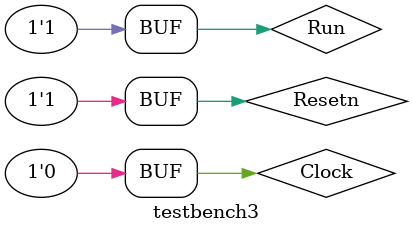
<source format=v>
module testbench3;
	reg Resetn, Clock, Run;
	wire Done, f, zero;
	wire [2:0] Tstep_Q;
	wire [15:0] r0, r1, r2, r3, r4, r5, r6, pc, a, g, DIN, addr, dout, DATA;

    proc2 proc(Resetn, Clock, Run, Done, Tstep_Q, DIN, addr, dout, DATA, r0, r1, r2, r3, r4, r5, r6, pc, a, g, f, zero);

   initial begin
        Clock = 1'b0;
        Run = 1'b1;
        Resetn = 1'b1;
        $monitor("T%d | Done: %b | r0: %h | r1: %h | r2: %h | r3: %h | r4: %h | r5: %h | r6: %h | buswires: %h | pc: %h | pc_incr: %b\naddr: %d | addr_in: %b | DATA: %h | dout: %h | dout_in: %b | a: %h | g: %h | f: %d | F_in: %b | zero: %b | IR: %b | W: %b\n", proc.Tstep_Q, Done, proc.r0,proc.r1,proc.r2,proc.r3,proc.r4,proc.r5,proc.r6, proc.BusWires, proc.pc,proc.pc_incr, proc.addr, proc.ADDR_in, proc.DATA, proc.dout, proc.DOUT_in, proc.a,proc.g,proc.f, proc.F_in, proc.zero, proc.IR,proc.w);
    end

   initial begin
		  $display("--------------------------------------  mv r0, #4 --------------------------------------");
		  Clock = ~Clock;
        #1
        Clock = ~Clock;
        #1
        Clock = ~Clock;
        #1
        Clock = ~Clock;
        #1
        Clock = ~Clock;
        #1
        Clock = ~Clock;
        #1
        Clock = ~Clock;
        #1
        Clock = ~Clock;
        #1
		  
		  $display("-------------------------------------- ld r4, r3 --------------------------------------");
		  Clock = ~Clock;
        #1
        Clock = ~Clock;
        #1
        Clock = ~Clock;
        #1
        Clock = ~Clock;
        #1
        Clock = ~Clock;
        #1
        Clock = ~Clock;
        #1
        Clock = ~Clock;
        #1
        Clock = ~Clock;
        #1
		  Clock = ~Clock;
        #1
        Clock = ~Clock;
        #1
        Clock = ~Clock;
        #1
        Clock = ~Clock;
        #1
		  
		  
        $display("--------------------------------------  lsl r4, #1 --------------------------------------");
        Clock = ~Clock;
        #1
        Clock = ~Clock;
        #1
        Clock = ~Clock;
        #1
        Clock = ~Clock;
        #1
        Clock = ~Clock;
        #1
        Clock = ~Clock;
        #1
        Clock = ~Clock;
        #1
        Clock = ~Clock;
        #1
        Clock = ~Clock;
        #1
        Clock = ~Clock;
		  #1
        Clock = ~Clock;
        #1
        Clock = ~Clock;
        #1

        $display("-------------------------------------- lsr r4, #1  --------------------------------------");
        Clock = ~Clock;
        #1
        Clock = ~Clock;
        #1
        Clock = ~Clock;
        #1
        Clock = ~Clock;
        #1
        Clock = ~Clock;
        #1
        Clock = ~Clock;
        #1
        Clock = ~Clock;
        #1
        Clock = ~Clock;
		  #1
		  Clock = ~Clock;
        #1
        Clock = ~Clock;
		  #1
        Clock = ~Clock;
        #1
        Clock = ~Clock;
        #1
        
		  $display("-------------------------------------- lsl r4, r0  --------------------------------------");
		  Clock = ~Clock;
        #1
        Clock = ~Clock;
        #1
		  Clock = ~Clock;
        #1
        Clock = ~Clock;
        #1
		  Clock = ~Clock;
        #1
        Clock = ~Clock;
        #1
		  Clock = ~Clock;
        #1
        Clock = ~Clock;
        #1
		  Clock = ~Clock;
        #1
        Clock = ~Clock;
        #1
		  Clock = ~Clock;
        #1
        Clock = ~Clock;
        #1
		  
		  $display("-------------------------------------- asr r4, #1  --------------------------------------");
		  Clock = ~Clock;
        #1
        Clock = ~Clock;
        #1
		  Clock = ~Clock;
        #1
        Clock = ~Clock;
        #1
		  Clock = ~Clock;
        #1
        Clock = ~Clock;
        #1
		  Clock = ~Clock;
        #1
        Clock = ~Clock;
        #1
		  Clock = ~Clock;
        #1
        Clock = ~Clock;
        #1
		  Clock = ~Clock;
        #1
        Clock = ~Clock;
        #1
		  
		  $display("-------------------------------------- ror r4, r0  --------------------------------------");
		  Clock = ~Clock;
        #1
        Clock = ~Clock;
        #1
		  Clock = ~Clock;
        #1
        Clock = ~Clock;
        #1
		  Clock = ~Clock;
        #1
        Clock = ~Clock;
        #1
		  Clock = ~Clock;
        #1
        Clock = ~Clock;
        #1
		  Clock = ~Clock;
        #1
        Clock = ~Clock;
        #1
		  Clock = ~Clock;
        #1
        Clock = ~Clock;
        #1

        Clock = ~Clock;
        #1
        Clock = ~Clock;
    end
endmodule
 
</source>
